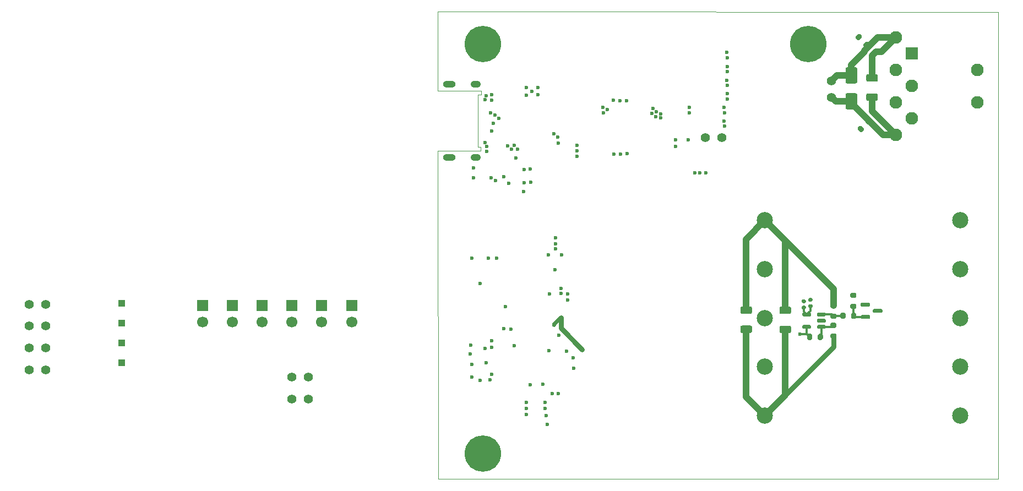
<source format=gbl>
G04 #@! TF.GenerationSoftware,KiCad,Pcbnew,9.0.1+1*
G04 #@! TF.CreationDate,2025-10-08T10:56:59+00:00*
G04 #@! TF.ProjectId,c64psu,63363470-7375-42e6-9b69-6361645f7063,rev?*
G04 #@! TF.SameCoordinates,Original*
G04 #@! TF.FileFunction,Copper,L4,Bot*
G04 #@! TF.FilePolarity,Positive*
%FSLAX46Y46*%
G04 Gerber Fmt 4.6, Leading zero omitted, Abs format (unit mm)*
G04 Created by KiCad (PCBNEW 9.0.1+1) date 2025-10-08 10:56:59*
%MOMM*%
%LPD*%
G01*
G04 APERTURE LIST*
G04 #@! TA.AperFunction,Profile*
%ADD10C,0.050000*%
G04 #@! TD*
G04 #@! TA.AperFunction,ComponentPad*
%ADD11C,2.500000*%
G04 #@! TD*
G04 #@! TA.AperFunction,ComponentPad*
%ADD12C,3.600000*%
G04 #@! TD*
G04 #@! TA.AperFunction,ConnectorPad*
%ADD13C,5.600000*%
G04 #@! TD*
G04 #@! TA.AperFunction,ComponentPad*
%ADD14R,1.700000X1.700000*%
G04 #@! TD*
G04 #@! TA.AperFunction,ComponentPad*
%ADD15C,1.700000*%
G04 #@! TD*
G04 #@! TA.AperFunction,ComponentPad*
%ADD16R,1.000000X1.000000*%
G04 #@! TD*
G04 #@! TA.AperFunction,ComponentPad*
%ADD17C,1.400000*%
G04 #@! TD*
G04 #@! TA.AperFunction,ComponentPad*
%ADD18O,1.550000X1.050000*%
G04 #@! TD*
G04 #@! TA.AperFunction,ComponentPad*
%ADD19O,1.950000X1.050000*%
G04 #@! TD*
G04 #@! TA.AperFunction,ComponentPad*
%ADD20C,1.950000*%
G04 #@! TD*
G04 #@! TA.AperFunction,ComponentPad*
%ADD21R,1.950000X1.950000*%
G04 #@! TD*
G04 #@! TA.AperFunction,ViaPad*
%ADD22C,0.600000*%
G04 #@! TD*
G04 #@! TA.AperFunction,Conductor*
%ADD23C,0.300000*%
G04 #@! TD*
G04 #@! TA.AperFunction,Conductor*
%ADD24C,1.000000*%
G04 #@! TD*
G04 #@! TA.AperFunction,Conductor*
%ADD25C,0.800000*%
G04 #@! TD*
G04 #@! TA.AperFunction,Conductor*
%ADD26C,0.600000*%
G04 #@! TD*
G04 #@! TA.AperFunction,Conductor*
%ADD27C,0.400000*%
G04 #@! TD*
G04 APERTURE END LIST*
D10*
X219224551Y-37033468D02*
X219250062Y-108900624D01*
X133100087Y-108875624D01*
X133075074Y-58400000D01*
X139675000Y-58400000D01*
X139675000Y-57800000D01*
X139250000Y-57800000D01*
X139250000Y-49750000D01*
X139700000Y-49750000D01*
X139700000Y-49150000D01*
X133075000Y-49150000D01*
X133075000Y-37008468D01*
X219224551Y-37033468D01*
D11*
X183370000Y-69110000D03*
X183370000Y-76610000D03*
X183370000Y-84110000D03*
X183370000Y-91610000D03*
X183370000Y-99110000D03*
X213370000Y-69110000D03*
X213370000Y-76610000D03*
X213370000Y-84110000D03*
X213370000Y-91610000D03*
X213370000Y-99110000D03*
D12*
X190000000Y-42000000D03*
D13*
X190000000Y-42000000D03*
D14*
X101441600Y-82150800D03*
D15*
X101441600Y-84690800D03*
D16*
X84476600Y-84912800D03*
D14*
X110621600Y-82150800D03*
D15*
X110621600Y-84690800D03*
D17*
X70176600Y-85362800D03*
X72716600Y-85362800D03*
D16*
X84476600Y-81862800D03*
D14*
X96851600Y-82150800D03*
D15*
X96851600Y-84690800D03*
D17*
X70176600Y-88712800D03*
X72716600Y-88712800D03*
D18*
X138850000Y-48155000D03*
X138850000Y-59395000D03*
D19*
X134850000Y-48155000D03*
X134850000Y-59395000D03*
D12*
X140000000Y-105000000D03*
D13*
X140000000Y-105000000D03*
D17*
X110591600Y-96570800D03*
X113131600Y-96570800D03*
D14*
X106031600Y-82150800D03*
D15*
X106031600Y-84690800D03*
D17*
X70176600Y-82012800D03*
X72716600Y-82012800D03*
D16*
X84476600Y-87962800D03*
D17*
X174170300Y-56365150D03*
X176710300Y-56365150D03*
X110591600Y-93220800D03*
X113131600Y-93220800D03*
D20*
X215980000Y-50940000D03*
X215980000Y-45940000D03*
D21*
X205980000Y-43440000D03*
D20*
X205980000Y-48440000D03*
X205980000Y-53440000D03*
X203480000Y-45940000D03*
X203480000Y-50940000D03*
X203480000Y-40940000D03*
X203480000Y-55940000D03*
D14*
X115211600Y-82150800D03*
D15*
X115211600Y-84690800D03*
D17*
X70176600Y-92062800D03*
X72716600Y-92062800D03*
D16*
X84476600Y-91012800D03*
D14*
X119801600Y-82150800D03*
D15*
X119801600Y-84690800D03*
D17*
X193598800Y-50170399D03*
X193598800Y-47630399D03*
D12*
X140000000Y-42000000D03*
D13*
X140000000Y-42000000D03*
G04 #@! TA.AperFunction,SMDPad,CuDef*
G36*
G01*
X197296800Y-52036802D02*
X195996800Y-52036802D01*
G75*
G02*
X195746800Y-51786802I0J250000D01*
G01*
X195746800Y-49786802D01*
G75*
G02*
X195996800Y-49536802I250000J0D01*
G01*
X197296800Y-49536802D01*
G75*
G02*
X197546800Y-49786802I0J-250000D01*
G01*
X197546800Y-51786802D01*
G75*
G02*
X197296800Y-52036802I-250000J0D01*
G01*
G37*
G04 #@! TD.AperFunction*
G04 #@! TA.AperFunction,SMDPad,CuDef*
G36*
G01*
X197296800Y-48036800D02*
X195996800Y-48036800D01*
G75*
G02*
X195746800Y-47786800I0J250000D01*
G01*
X195746800Y-45786800D01*
G75*
G02*
X195996800Y-45536800I250000J0D01*
G01*
X197296800Y-45536800D01*
G75*
G02*
X197546800Y-45786800I0J-250000D01*
G01*
X197546800Y-47786800D01*
G75*
G02*
X197296800Y-48036800I-250000J0D01*
G01*
G37*
G04 #@! TD.AperFunction*
G04 #@! TA.AperFunction,SMDPad,CuDef*
G36*
G01*
X193628600Y-84830200D02*
X194178600Y-84830200D01*
G75*
G02*
X194378600Y-85030200I0J-200000D01*
G01*
X194378600Y-85430200D01*
G75*
G02*
X194178600Y-85630200I-200000J0D01*
G01*
X193628600Y-85630200D01*
G75*
G02*
X193428600Y-85430200I0J200000D01*
G01*
X193428600Y-85030200D01*
G75*
G02*
X193628600Y-84830200I200000J0D01*
G01*
G37*
G04 #@! TD.AperFunction*
G04 #@! TA.AperFunction,SMDPad,CuDef*
G36*
G01*
X193628600Y-86480200D02*
X194178600Y-86480200D01*
G75*
G02*
X194378600Y-86680200I0J-200000D01*
G01*
X194378600Y-87080200D01*
G75*
G02*
X194178600Y-87280200I-200000J0D01*
G01*
X193628600Y-87280200D01*
G75*
G02*
X193428600Y-87080200I0J200000D01*
G01*
X193428600Y-86680200D01*
G75*
G02*
X193628600Y-86480200I200000J0D01*
G01*
G37*
G04 #@! TD.AperFunction*
G04 #@! TA.AperFunction,SMDPad,CuDef*
G36*
G01*
X192706400Y-83431201D02*
X192706400Y-83731201D01*
G75*
G02*
X192556400Y-83881201I-150000J0D01*
G01*
X191531400Y-83881201D01*
G75*
G02*
X191381400Y-83731201I0J150000D01*
G01*
X191381400Y-83431201D01*
G75*
G02*
X191531400Y-83281201I150000J0D01*
G01*
X192556400Y-83281201D01*
G75*
G02*
X192706400Y-83431201I0J-150000D01*
G01*
G37*
G04 #@! TD.AperFunction*
G04 #@! TA.AperFunction,SMDPad,CuDef*
G36*
G01*
X192706400Y-84381200D02*
X192706400Y-84681200D01*
G75*
G02*
X192556400Y-84831200I-150000J0D01*
G01*
X191531400Y-84831200D01*
G75*
G02*
X191381400Y-84681200I0J150000D01*
G01*
X191381400Y-84381200D01*
G75*
G02*
X191531400Y-84231200I150000J0D01*
G01*
X192556400Y-84231200D01*
G75*
G02*
X192706400Y-84381200I0J-150000D01*
G01*
G37*
G04 #@! TD.AperFunction*
G04 #@! TA.AperFunction,SMDPad,CuDef*
G36*
G01*
X192706400Y-85331199D02*
X192706400Y-85631199D01*
G75*
G02*
X192556400Y-85781199I-150000J0D01*
G01*
X191531400Y-85781199D01*
G75*
G02*
X191381400Y-85631199I0J150000D01*
G01*
X191381400Y-85331199D01*
G75*
G02*
X191531400Y-85181199I150000J0D01*
G01*
X192556400Y-85181199D01*
G75*
G02*
X192706400Y-85331199I0J-150000D01*
G01*
G37*
G04 #@! TD.AperFunction*
G04 #@! TA.AperFunction,SMDPad,CuDef*
G36*
G01*
X190431400Y-85331199D02*
X190431400Y-85631199D01*
G75*
G02*
X190281400Y-85781199I-150000J0D01*
G01*
X189256400Y-85781199D01*
G75*
G02*
X189106400Y-85631199I0J150000D01*
G01*
X189106400Y-85331199D01*
G75*
G02*
X189256400Y-85181199I150000J0D01*
G01*
X190281400Y-85181199D01*
G75*
G02*
X190431400Y-85331199I0J-150000D01*
G01*
G37*
G04 #@! TD.AperFunction*
G04 #@! TA.AperFunction,SMDPad,CuDef*
G36*
G01*
X190431400Y-83431201D02*
X190431400Y-83731201D01*
G75*
G02*
X190281400Y-83881201I-150000J0D01*
G01*
X189256400Y-83881201D01*
G75*
G02*
X189106400Y-83731201I0J150000D01*
G01*
X189106400Y-83431201D01*
G75*
G02*
X189256400Y-83281201I150000J0D01*
G01*
X190281400Y-83281201D01*
G75*
G02*
X190431400Y-83431201I0J-150000D01*
G01*
G37*
G04 #@! TD.AperFunction*
G04 #@! TA.AperFunction,SMDPad,CuDef*
G36*
G01*
X179830000Y-82329999D02*
X181130000Y-82329999D01*
G75*
G02*
X181380000Y-82579999I0J-250000D01*
G01*
X181380000Y-83229999D01*
G75*
G02*
X181130000Y-83479999I-250000J0D01*
G01*
X179830000Y-83479999D01*
G75*
G02*
X179580000Y-83229999I0J250000D01*
G01*
X179580000Y-82579999D01*
G75*
G02*
X179830000Y-82329999I250000J0D01*
G01*
G37*
G04 #@! TD.AperFunction*
G04 #@! TA.AperFunction,SMDPad,CuDef*
G36*
G01*
X179830000Y-85280001D02*
X181130000Y-85280001D01*
G75*
G02*
X181380000Y-85530001I0J-250000D01*
G01*
X181380000Y-86180001D01*
G75*
G02*
X181130000Y-86430001I-250000J0D01*
G01*
X179830000Y-86430001D01*
G75*
G02*
X179580000Y-86180001I0J250000D01*
G01*
X179580000Y-85530001D01*
G75*
G02*
X179830000Y-85280001I250000J0D01*
G01*
G37*
G04 #@! TD.AperFunction*
G04 #@! TA.AperFunction,SMDPad,CuDef*
G36*
G01*
X192283800Y-86745400D02*
X192283800Y-87295400D01*
G75*
G02*
X192083800Y-87495400I-200000J0D01*
G01*
X191683800Y-87495400D01*
G75*
G02*
X191483800Y-87295400I0J200000D01*
G01*
X191483800Y-86745400D01*
G75*
G02*
X191683800Y-86545400I200000J0D01*
G01*
X192083800Y-86545400D01*
G75*
G02*
X192283800Y-86745400I0J-200000D01*
G01*
G37*
G04 #@! TD.AperFunction*
G04 #@! TA.AperFunction,SMDPad,CuDef*
G36*
G01*
X190633800Y-86745400D02*
X190633800Y-87295400D01*
G75*
G02*
X190433800Y-87495400I-200000J0D01*
G01*
X190033800Y-87495400D01*
G75*
G02*
X189833800Y-87295400I0J200000D01*
G01*
X189833800Y-86745400D01*
G75*
G02*
X190033800Y-86545400I200000J0D01*
G01*
X190433800Y-86545400D01*
G75*
G02*
X190633800Y-86745400I0J-200000D01*
G01*
G37*
G04 #@! TD.AperFunction*
G04 #@! TA.AperFunction,SMDPad,CuDef*
G36*
G01*
X197226600Y-82696000D02*
X196676600Y-82696000D01*
G75*
G02*
X196476600Y-82496000I0J200000D01*
G01*
X196476600Y-82096000D01*
G75*
G02*
X196676600Y-81896000I200000J0D01*
G01*
X197226600Y-81896000D01*
G75*
G02*
X197426600Y-82096000I0J-200000D01*
G01*
X197426600Y-82496000D01*
G75*
G02*
X197226600Y-82696000I-200000J0D01*
G01*
G37*
G04 #@! TD.AperFunction*
G04 #@! TA.AperFunction,SMDPad,CuDef*
G36*
G01*
X197226600Y-81046000D02*
X196676600Y-81046000D01*
G75*
G02*
X196476600Y-80846000I0J200000D01*
G01*
X196476600Y-80446000D01*
G75*
G02*
X196676600Y-80246000I200000J0D01*
G01*
X197226600Y-80246000D01*
G75*
G02*
X197426600Y-80446000I0J-200000D01*
G01*
X197426600Y-80846000D01*
G75*
G02*
X197226600Y-81046000I-200000J0D01*
G01*
G37*
G04 #@! TD.AperFunction*
G04 #@! TA.AperFunction,SMDPad,CuDef*
G36*
G01*
X199350551Y-53396940D02*
X199739460Y-53785849D01*
G75*
G02*
X199739460Y-54068691I-141421J-141421D01*
G01*
X199456617Y-54351534D01*
G75*
G02*
X199173775Y-54351534I-141421J141421D01*
G01*
X198784866Y-53962625D01*
G75*
G02*
X198784866Y-53679783I141421J141421D01*
G01*
X199067709Y-53396940D01*
G75*
G02*
X199350551Y-53396940I141421J-141421D01*
G01*
G37*
G04 #@! TD.AperFunction*
G04 #@! TA.AperFunction,SMDPad,CuDef*
G36*
G01*
X198183825Y-54563666D02*
X198572734Y-54952575D01*
G75*
G02*
X198572734Y-55235417I-141421J-141421D01*
G01*
X198289891Y-55518260D01*
G75*
G02*
X198007049Y-55518260I-141421J141421D01*
G01*
X197618140Y-55129351D01*
G75*
G02*
X197618140Y-54846509I141421J141421D01*
G01*
X197900983Y-54563666D01*
G75*
G02*
X198183825Y-54563666I141421J-141421D01*
G01*
G37*
G04 #@! TD.AperFunction*
G04 #@! TA.AperFunction,SMDPad,CuDef*
G36*
G01*
X199170000Y-46619999D02*
X200470000Y-46619999D01*
G75*
G02*
X200720000Y-46869999I0J-250000D01*
G01*
X200720000Y-47519999D01*
G75*
G02*
X200470000Y-47769999I-250000J0D01*
G01*
X199170000Y-47769999D01*
G75*
G02*
X198920000Y-47519999I0J250000D01*
G01*
X198920000Y-46869999D01*
G75*
G02*
X199170000Y-46619999I250000J0D01*
G01*
G37*
G04 #@! TD.AperFunction*
G04 #@! TA.AperFunction,SMDPad,CuDef*
G36*
G01*
X199170000Y-49570001D02*
X200470000Y-49570001D01*
G75*
G02*
X200720000Y-49820001I0J-250000D01*
G01*
X200720000Y-50470001D01*
G75*
G02*
X200470000Y-50720001I-250000J0D01*
G01*
X199170000Y-50720001D01*
G75*
G02*
X198920000Y-50470001I0J250000D01*
G01*
X198920000Y-49820001D01*
G75*
G02*
X199170000Y-49570001I250000J0D01*
G01*
G37*
G04 #@! TD.AperFunction*
G04 #@! TA.AperFunction,SMDPad,CuDef*
G36*
G01*
X194964600Y-84044200D02*
X194964600Y-83494200D01*
G75*
G02*
X195164600Y-83294200I200000J0D01*
G01*
X195564600Y-83294200D01*
G75*
G02*
X195764600Y-83494200I0J-200000D01*
G01*
X195764600Y-84044200D01*
G75*
G02*
X195564600Y-84244200I-200000J0D01*
G01*
X195164600Y-84244200D01*
G75*
G02*
X194964600Y-84044200I0J200000D01*
G01*
G37*
G04 #@! TD.AperFunction*
G04 #@! TA.AperFunction,SMDPad,CuDef*
G36*
G01*
X196614600Y-84044200D02*
X196614600Y-83494200D01*
G75*
G02*
X196814600Y-83294200I200000J0D01*
G01*
X197214600Y-83294200D01*
G75*
G02*
X197414600Y-83494200I0J-200000D01*
G01*
X197414600Y-84044200D01*
G75*
G02*
X197214600Y-84244200I-200000J0D01*
G01*
X196814600Y-84244200D01*
G75*
G02*
X196614600Y-84044200I0J200000D01*
G01*
G37*
G04 #@! TD.AperFunction*
G04 #@! TA.AperFunction,SMDPad,CuDef*
G36*
G01*
X189161600Y-81259200D02*
X189501600Y-81259200D01*
G75*
G02*
X189641600Y-81399200I0J-140000D01*
G01*
X189641600Y-81679200D01*
G75*
G02*
X189501600Y-81819200I-140000J0D01*
G01*
X189161600Y-81819200D01*
G75*
G02*
X189021600Y-81679200I0J140000D01*
G01*
X189021600Y-81399200D01*
G75*
G02*
X189161600Y-81259200I140000J0D01*
G01*
G37*
G04 #@! TD.AperFunction*
G04 #@! TA.AperFunction,SMDPad,CuDef*
G36*
G01*
X189161600Y-82219200D02*
X189501600Y-82219200D01*
G75*
G02*
X189641600Y-82359200I0J-140000D01*
G01*
X189641600Y-82639200D01*
G75*
G02*
X189501600Y-82779200I-140000J0D01*
G01*
X189161600Y-82779200D01*
G75*
G02*
X189021600Y-82639200I0J140000D01*
G01*
X189021600Y-82359200D01*
G75*
G02*
X189161600Y-82219200I140000J0D01*
G01*
G37*
G04 #@! TD.AperFunction*
G04 #@! TA.AperFunction,SMDPad,CuDef*
G36*
G01*
X198070600Y-84107200D02*
X198070600Y-83807200D01*
G75*
G02*
X198220600Y-83657200I150000J0D01*
G01*
X199395600Y-83657200D01*
G75*
G02*
X199545600Y-83807200I0J-150000D01*
G01*
X199545600Y-84107200D01*
G75*
G02*
X199395600Y-84257200I-150000J0D01*
G01*
X198220600Y-84257200D01*
G75*
G02*
X198070600Y-84107200I0J150000D01*
G01*
G37*
G04 #@! TD.AperFunction*
G04 #@! TA.AperFunction,SMDPad,CuDef*
G36*
G01*
X198070600Y-82207200D02*
X198070600Y-81907200D01*
G75*
G02*
X198220600Y-81757200I150000J0D01*
G01*
X199395600Y-81757200D01*
G75*
G02*
X199545600Y-81907200I0J-150000D01*
G01*
X199545600Y-82207200D01*
G75*
G02*
X199395600Y-82357200I-150000J0D01*
G01*
X198220600Y-82357200D01*
G75*
G02*
X198070600Y-82207200I0J150000D01*
G01*
G37*
G04 #@! TD.AperFunction*
G04 #@! TA.AperFunction,SMDPad,CuDef*
G36*
G01*
X199945601Y-83157200D02*
X199945601Y-82857200D01*
G75*
G02*
X200095601Y-82707200I150000J0D01*
G01*
X201270601Y-82707200D01*
G75*
G02*
X201420601Y-82857200I0J-150000D01*
G01*
X201420601Y-83157200D01*
G75*
G02*
X201270601Y-83307200I-150000J0D01*
G01*
X200095601Y-83307200D01*
G75*
G02*
X199945601Y-83157200I0J150000D01*
G01*
G37*
G04 #@! TD.AperFunction*
G04 #@! TA.AperFunction,SMDPad,CuDef*
G36*
G01*
X185840000Y-82349999D02*
X187140000Y-82349999D01*
G75*
G02*
X187390000Y-82599999I0J-250000D01*
G01*
X187390000Y-83249999D01*
G75*
G02*
X187140000Y-83499999I-250000J0D01*
G01*
X185840000Y-83499999D01*
G75*
G02*
X185590000Y-83249999I0J250000D01*
G01*
X185590000Y-82599999D01*
G75*
G02*
X185840000Y-82349999I250000J0D01*
G01*
G37*
G04 #@! TD.AperFunction*
G04 #@! TA.AperFunction,SMDPad,CuDef*
G36*
G01*
X185840000Y-85300001D02*
X187140000Y-85300001D01*
G75*
G02*
X187390000Y-85550001I0J-250000D01*
G01*
X187390000Y-86200001D01*
G75*
G02*
X187140000Y-86450001I-250000J0D01*
G01*
X185840000Y-86450001D01*
G75*
G02*
X185590000Y-86200001I0J250000D01*
G01*
X185590000Y-85550001D01*
G75*
G02*
X185840000Y-85300001I250000J0D01*
G01*
G37*
G04 #@! TD.AperFunction*
G04 #@! TA.AperFunction,SMDPad,CuDef*
G36*
G01*
X190517600Y-82548000D02*
X190177600Y-82548000D01*
G75*
G02*
X190037600Y-82408000I0J140000D01*
G01*
X190037600Y-82128000D01*
G75*
G02*
X190177600Y-81988000I140000J0D01*
G01*
X190517600Y-81988000D01*
G75*
G02*
X190657600Y-82128000I0J-140000D01*
G01*
X190657600Y-82408000D01*
G75*
G02*
X190517600Y-82548000I-140000J0D01*
G01*
G37*
G04 #@! TD.AperFunction*
G04 #@! TA.AperFunction,SMDPad,CuDef*
G36*
G01*
X190517600Y-81588000D02*
X190177600Y-81588000D01*
G75*
G02*
X190037600Y-81448000I0J140000D01*
G01*
X190037600Y-81168000D01*
G75*
G02*
X190177600Y-81028000I140000J0D01*
G01*
X190517600Y-81028000D01*
G75*
G02*
X190657600Y-81168000I0J-140000D01*
G01*
X190657600Y-81448000D01*
G75*
G02*
X190517600Y-81588000I-140000J0D01*
G01*
G37*
G04 #@! TD.AperFunction*
G04 #@! TA.AperFunction,SMDPad,CuDef*
G36*
G01*
X197313340Y-40831849D02*
X197702249Y-40442940D01*
G75*
G02*
X197985091Y-40442940I141421J-141421D01*
G01*
X198267934Y-40725783D01*
G75*
G02*
X198267934Y-41008625I-141421J-141421D01*
G01*
X197879025Y-41397534D01*
G75*
G02*
X197596183Y-41397534I-141421J141421D01*
G01*
X197313340Y-41114691D01*
G75*
G02*
X197313340Y-40831849I141421J141421D01*
G01*
G37*
G04 #@! TD.AperFunction*
G04 #@! TA.AperFunction,SMDPad,CuDef*
G36*
G01*
X198480066Y-41998575D02*
X198868975Y-41609666D01*
G75*
G02*
X199151817Y-41609666I141421J-141421D01*
G01*
X199434660Y-41892509D01*
G75*
G02*
X199434660Y-42175351I-141421J-141421D01*
G01*
X199045751Y-42564260D01*
G75*
G02*
X198762909Y-42564260I-141421J141421D01*
G01*
X198480066Y-42281417D01*
G75*
G02*
X198480066Y-41998575I141421J141421D01*
G01*
G37*
G04 #@! TD.AperFunction*
G04 #@! TA.AperFunction,SMDPad,CuDef*
G36*
G01*
X194178600Y-84232200D02*
X193628600Y-84232200D01*
G75*
G02*
X193428600Y-84032200I0J200000D01*
G01*
X193428600Y-83632200D01*
G75*
G02*
X193628600Y-83432200I200000J0D01*
G01*
X194178600Y-83432200D01*
G75*
G02*
X194378600Y-83632200I0J-200000D01*
G01*
X194378600Y-84032200D01*
G75*
G02*
X194178600Y-84232200I-200000J0D01*
G01*
G37*
G04 #@! TD.AperFunction*
G04 #@! TA.AperFunction,SMDPad,CuDef*
G36*
G01*
X194178600Y-82582200D02*
X193628600Y-82582200D01*
G75*
G02*
X193428600Y-82382200I0J200000D01*
G01*
X193428600Y-81982200D01*
G75*
G02*
X193628600Y-81782200I200000J0D01*
G01*
X194178600Y-81782200D01*
G75*
G02*
X194378600Y-81982200I0J-200000D01*
G01*
X194378600Y-82382200D01*
G75*
G02*
X194178600Y-82582200I-200000J0D01*
G01*
G37*
G04 #@! TD.AperFunction*
D22*
X177535865Y-48329416D03*
X147232327Y-61231221D03*
X147367023Y-63241024D03*
X151605000Y-95741000D03*
X154433265Y-59249852D03*
X141333500Y-50573950D03*
X146631130Y-48684508D03*
X151064199Y-76720200D03*
X140331850Y-57091395D03*
X148432067Y-48691598D03*
X177119813Y-54592482D03*
X138527300Y-61038750D03*
X150084899Y-74380500D03*
X151683800Y-86777400D03*
X154440694Y-57570786D03*
X189331600Y-81539200D03*
X145282548Y-58147437D03*
X177104954Y-53790096D03*
X177104954Y-51739555D03*
X149522200Y-98027000D03*
X198095437Y-55040963D03*
X138323400Y-93201000D03*
X147531100Y-49253150D03*
X138522300Y-62548750D03*
X144836226Y-57520465D03*
X141333500Y-49761150D03*
X177127243Y-52556800D03*
X140307085Y-50562617D03*
X143818100Y-57662976D03*
X149245400Y-94318600D03*
X166682700Y-52402750D03*
X146654600Y-97061800D03*
X154474999Y-58375000D03*
X138120200Y-88324200D03*
X160157760Y-58870423D03*
X138034789Y-89679611D03*
X146673671Y-49826047D03*
X141320600Y-87641000D03*
X169601100Y-57736750D03*
X141320600Y-92794600D03*
X153003299Y-80397700D03*
X146659800Y-98027000D03*
X145102500Y-59510000D03*
X167363100Y-53332350D03*
X177543295Y-44094603D03*
X144775000Y-88375000D03*
X197790637Y-40920237D03*
X147264200Y-94420200D03*
X140304600Y-88781400D03*
X144395672Y-58112274D03*
X140863400Y-74944200D03*
X146310724Y-63283560D03*
X177550724Y-46204580D03*
X140579500Y-58488140D03*
X146324903Y-61263122D03*
X160074001Y-50619797D03*
X148417887Y-49804776D03*
X162094824Y-50679232D03*
X146287500Y-64656750D03*
X177550724Y-50424534D03*
X165971500Y-52605950D03*
X140503893Y-90994456D03*
X161094700Y-50724549D03*
X192043900Y-84531200D03*
X143228200Y-85733400D03*
X171750508Y-52544481D03*
X177543295Y-45454201D03*
X146652601Y-98992200D03*
X153026099Y-81362900D03*
X190347600Y-81308000D03*
X141066600Y-93658200D03*
X139542600Y-93743611D03*
X140569594Y-57765003D03*
X161150000Y-58875000D03*
X138323400Y-74944200D03*
X171559500Y-56722749D03*
X149522200Y-97061800D03*
X162175539Y-58862446D03*
X171770320Y-51742096D03*
X177528436Y-43284788D03*
X167292300Y-52758350D03*
X150214499Y-80397700D03*
X177528436Y-47541890D03*
X166530300Y-53113950D03*
X166174700Y-51894750D03*
X138276507Y-91241944D03*
X142133400Y-74944200D03*
X177550724Y-49607290D03*
X152116899Y-74403300D03*
X150120848Y-89122200D03*
X169631099Y-56669949D03*
X140498762Y-49899690D03*
X198808100Y-82057200D03*
X151125000Y-72700000D03*
X190347600Y-82268000D03*
X174250000Y-61750000D03*
X151156092Y-71816415D03*
X189331600Y-82499200D03*
X173375000Y-61750000D03*
X172575000Y-61750000D03*
X151125000Y-73500000D03*
X152014000Y-84082400D03*
X150617000Y-95741000D03*
X152014198Y-79550000D03*
X149855000Y-100516200D03*
X151429800Y-84666600D03*
X196951600Y-80646000D03*
X149753400Y-99144600D03*
X141320600Y-88601000D03*
X152014198Y-80340000D03*
X150921800Y-85174600D03*
X144260200Y-85835000D03*
X141607500Y-54138750D03*
X141972586Y-62987169D03*
X141822754Y-52912510D03*
X143924300Y-63375550D03*
X142458534Y-53398090D03*
X141127500Y-52516750D03*
X143213100Y-62421750D03*
X141367500Y-55349750D03*
X141289958Y-62570008D03*
X139593400Y-78844200D03*
X143454200Y-82329800D03*
X151540302Y-56263550D03*
X159130000Y-52010000D03*
X158535728Y-52532220D03*
X158460000Y-51740000D03*
X151595100Y-57228750D03*
X150934700Y-55755550D03*
X153870000Y-90250000D03*
X152840000Y-89250000D03*
X153960000Y-91830000D03*
X188772800Y-86614000D03*
D23*
X189331600Y-82499200D02*
X189331600Y-83143901D01*
X189331600Y-83143901D02*
X189768900Y-83581201D01*
X190347600Y-83002501D02*
X189768900Y-83581201D01*
X190347600Y-82268000D02*
X190347600Y-83002501D01*
D24*
X180480000Y-96220000D02*
X183370000Y-99110000D01*
D25*
X193903600Y-86880200D02*
X193903600Y-88576400D01*
D24*
X180480000Y-85855001D02*
X180480000Y-96220000D01*
X186490000Y-95990000D02*
X183370000Y-99110000D01*
D25*
X193903600Y-88576400D02*
X183370000Y-99110000D01*
D24*
X186490000Y-85875001D02*
X186490000Y-95990000D01*
X193903600Y-79643600D02*
X193903600Y-82182200D01*
X183370000Y-69110000D02*
X186490000Y-72230000D01*
X186490000Y-72230000D02*
X186490000Y-82924999D01*
X183370000Y-69110000D02*
X193903600Y-79643600D01*
X180480000Y-72000000D02*
X180480000Y-82904999D01*
X183370000Y-69110000D02*
X180480000Y-72000000D01*
X196646800Y-51054000D02*
X201532800Y-55940000D01*
X199820000Y-50145001D02*
X199820000Y-52280000D01*
X196646800Y-50786802D02*
X194215203Y-50786802D01*
X201532800Y-55940000D02*
X203480000Y-55940000D01*
X194215203Y-50786802D02*
X193598800Y-50170399D01*
X196646800Y-50786802D02*
X196646800Y-51054000D01*
X199820000Y-52280000D02*
X203480000Y-55940000D01*
X194442399Y-46786800D02*
X193598800Y-47630399D01*
X199820000Y-47194999D02*
X199820000Y-43780000D01*
X201280000Y-43140000D02*
X203480000Y-40940000D01*
X200460000Y-43140000D02*
X201280000Y-43140000D01*
X199820000Y-43780000D02*
X200460000Y-43140000D01*
X196646800Y-46786800D02*
X194442399Y-46786800D01*
X196646800Y-46786800D02*
X196646800Y-45161200D01*
X198668000Y-43140000D02*
X198668000Y-42987600D01*
X196646800Y-45161200D02*
X198668000Y-43140000D01*
X198668000Y-42987600D02*
X200715600Y-40940000D01*
X200715600Y-40940000D02*
X203480000Y-40940000D01*
D25*
X152014000Y-85704000D02*
X152014000Y-84082400D01*
X155240000Y-88930000D02*
X152014000Y-85704000D01*
D26*
X150921800Y-84976499D02*
X150921800Y-85174600D01*
X151785661Y-84112638D02*
X150921800Y-84976499D01*
D27*
X152014000Y-84082400D02*
X150921800Y-85174600D01*
D23*
X193652601Y-83581201D02*
X193903600Y-83832200D01*
X192043900Y-83581201D02*
X193652601Y-83581201D01*
X193966600Y-83769200D02*
X193903600Y-83832200D01*
X195364600Y-83769200D02*
X193966600Y-83769200D01*
X192043900Y-86860300D02*
X191883800Y-87020400D01*
X192043900Y-85481199D02*
X193652601Y-85481199D01*
X192043900Y-85481199D02*
X192043900Y-86860300D01*
X193652601Y-85481199D02*
X193903600Y-85230200D01*
X196951600Y-82296000D02*
X196951600Y-83706200D01*
X197202600Y-83957200D02*
X197014600Y-83769200D01*
X198808100Y-83957200D02*
X197202600Y-83957200D01*
X196951600Y-83706200D02*
X197014600Y-83769200D01*
X188831300Y-86555500D02*
X188772800Y-86614000D01*
X189768900Y-85481199D02*
X189768900Y-86555500D01*
X189768900Y-86555500D02*
X190233800Y-87020400D01*
X189768900Y-86555500D02*
X188831300Y-86555500D01*
M02*

</source>
